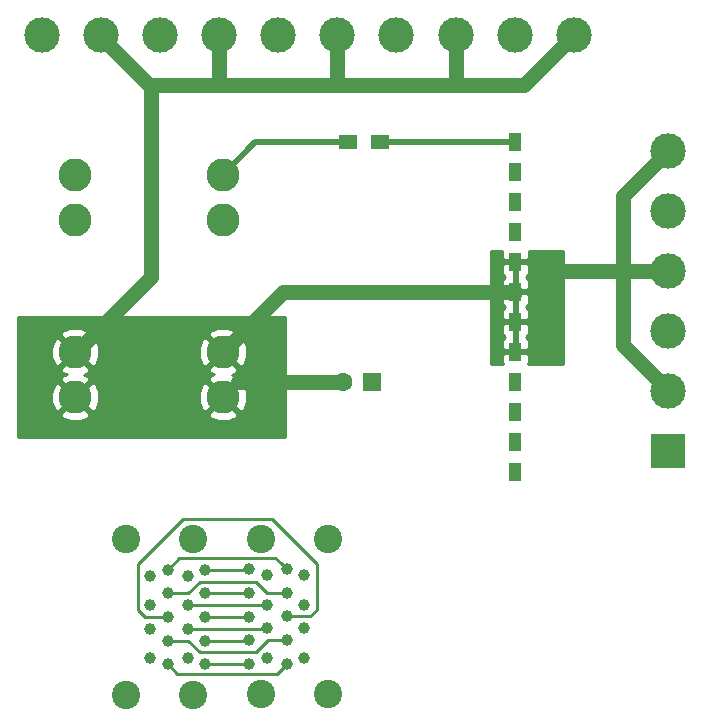
<source format=gbr>
G04 #@! TF.FileFunction,Copper,L1,Top,Signal*
%FSLAX46Y46*%
G04 Gerber Fmt 4.6, Leading zero omitted, Abs format (unit mm)*
G04 Created by KiCad (PCBNEW 4.0.7) date 05/16/18 04:16:24*
%MOMM*%
%LPD*%
G01*
G04 APERTURE LIST*
%ADD10C,0.100000*%
%ADD11R,1.600000X1.600000*%
%ADD12C,1.600000*%
%ADD13C,2.400000*%
%ADD14C,1.000000*%
%ADD15R,3.000000X3.000000*%
%ADD16C,3.000000*%
%ADD17C,2.800000*%
%ADD18R,1.000000X1.524000*%
%ADD19R,1.500000X1.300000*%
%ADD20C,1.250000*%
%ADD21C,0.250000*%
%ADD22C,0.500000*%
%ADD23C,0.254000*%
G04 APERTURE END LIST*
D10*
D11*
X124928000Y-103124000D03*
D12*
X122428000Y-103124000D03*
D13*
X104089272Y-129604668D03*
X109769272Y-129604668D03*
X109769272Y-116464668D03*
X104099272Y-116464668D03*
D14*
X106089272Y-119534668D03*
X106089272Y-126534668D03*
X106089272Y-124034668D03*
X106089272Y-122034668D03*
X107589272Y-119034668D03*
X107589272Y-121034668D03*
X107589272Y-123024668D03*
X107589272Y-125034668D03*
X107589272Y-127034668D03*
X109289272Y-126534668D03*
X109289272Y-124034668D03*
X109289272Y-122034668D03*
X109289272Y-119534668D03*
X110789272Y-119034668D03*
X110789272Y-121034668D03*
X110789272Y-123034668D03*
X110789272Y-125034668D03*
X110789272Y-127034668D03*
D13*
X121170272Y-129572668D03*
X115490272Y-129572668D03*
X115490272Y-116432668D03*
X121160272Y-116432668D03*
D14*
X119170272Y-119502668D03*
X119170272Y-126502668D03*
X119170272Y-124002668D03*
X119170272Y-122002668D03*
X117670272Y-119002668D03*
X117670272Y-121002668D03*
X117670272Y-122992668D03*
X117670272Y-125002668D03*
X117670272Y-127002668D03*
X115970272Y-126502668D03*
X115970272Y-124002668D03*
X115970272Y-122002668D03*
X115970272Y-119502668D03*
X114470272Y-119002668D03*
X114470272Y-121002668D03*
X114470272Y-123002668D03*
X114470272Y-125002668D03*
X114470272Y-127002668D03*
D15*
X149987000Y-108966000D03*
D16*
X149987000Y-103886000D03*
X149987000Y-98806000D03*
X149987000Y-93726000D03*
X149987000Y-88646000D03*
X149987000Y-83566000D03*
D17*
X99768000Y-85608000D03*
X99768000Y-89408000D03*
X112268000Y-85608000D03*
X112268000Y-89408000D03*
X99768000Y-100608000D03*
X99768000Y-104408000D03*
X112268000Y-100608000D03*
X112268000Y-104408000D03*
D16*
X96967000Y-73787000D03*
X101957000Y-73797000D03*
X106957000Y-73797000D03*
X111967000Y-73787000D03*
X116967000Y-73787000D03*
X121957000Y-73797000D03*
X126957000Y-73797000D03*
X131967000Y-73787000D03*
X136967000Y-73787000D03*
X141967000Y-73787000D03*
D18*
X137033000Y-82804000D03*
X137033000Y-85344000D03*
X137033000Y-87884000D03*
X137033000Y-90424000D03*
X137033000Y-95504000D03*
X137033000Y-100584000D03*
X137033000Y-92964000D03*
X137033000Y-98044000D03*
X137033000Y-110744000D03*
X137033000Y-103124000D03*
X137033000Y-105664000D03*
X137033000Y-108204000D03*
D19*
X122856000Y-82804000D03*
X125556000Y-82804000D03*
D20*
X143584776Y-93726000D02*
X145870776Y-93726000D01*
D21*
X145870776Y-93726000D02*
X146124776Y-93980000D01*
D20*
X146378776Y-93726000D02*
X146124776Y-93726000D01*
X146124776Y-93726000D02*
X146124776Y-93980000D01*
X146124776Y-87428224D02*
X146124776Y-93726000D01*
X143584776Y-93726000D02*
X139446000Y-93726000D01*
X146124776Y-93980000D02*
X146124776Y-100023776D01*
X146378776Y-93726000D02*
X149987000Y-93726000D01*
X149987000Y-83566000D02*
X146124776Y-87428224D01*
X146124776Y-100023776D02*
X148487001Y-102386001D01*
X148487001Y-102386001D02*
X149987000Y-103886000D01*
X137033000Y-95504000D02*
X117372000Y-95504000D01*
X117372000Y-95504000D02*
X112268000Y-100608000D01*
D21*
X112268000Y-100608000D02*
X112385282Y-100608000D01*
D20*
X122428000Y-103124000D02*
X113552000Y-103124000D01*
D21*
X113552000Y-103124000D02*
X112268000Y-104408000D01*
X112292000Y-100584000D02*
X112268000Y-100608000D01*
D20*
X106172000Y-77978000D02*
X106014503Y-77978000D01*
X106014503Y-77978000D02*
X101957000Y-73920497D01*
X101957000Y-73920497D02*
X101957000Y-73797000D01*
X132080000Y-77978000D02*
X137776000Y-77978000D01*
X137776000Y-77978000D02*
X141967000Y-73787000D01*
X121920000Y-77978000D02*
X132080000Y-77978000D01*
X132080000Y-77978000D02*
X131967000Y-77865000D01*
X131967000Y-77865000D02*
X131967000Y-73787000D01*
X121920000Y-77978000D02*
X121957000Y-77941000D01*
X121957000Y-77941000D02*
X121957000Y-73797000D01*
X112014000Y-77978000D02*
X121920000Y-77978000D01*
X112014000Y-77978000D02*
X111967000Y-77931000D01*
X111967000Y-77931000D02*
X111967000Y-73787000D01*
X106172000Y-77978000D02*
X112014000Y-77978000D01*
X106172000Y-94234000D02*
X106172000Y-77978000D01*
X101197999Y-99208001D02*
X106172000Y-94234000D01*
X99768000Y-100608000D02*
X101167999Y-99208001D01*
X101167999Y-99208001D02*
X101197999Y-99208001D01*
D21*
X107589272Y-119034668D02*
X108578428Y-118045512D01*
X108578428Y-118045512D02*
X116713116Y-118045512D01*
X117170273Y-118502669D02*
X117670272Y-119002668D01*
X116713116Y-118045512D02*
X117170273Y-118502669D01*
X107589272Y-121034668D02*
X109340363Y-121034668D01*
X109340363Y-121034668D02*
X110303961Y-120071070D01*
X115060041Y-120071070D02*
X115991639Y-121002668D01*
X110303961Y-120071070D02*
X115060041Y-120071070D01*
X116963166Y-121002668D02*
X117670272Y-121002668D01*
X115991639Y-121002668D02*
X116963166Y-121002668D01*
X107589272Y-123024668D02*
X105658054Y-123024668D01*
X105658054Y-123024668D02*
X105038154Y-122404768D01*
X105038154Y-122404768D02*
X105038154Y-118554438D01*
X120198871Y-118563756D02*
X120198871Y-122474075D01*
X105038154Y-118554438D02*
X108843992Y-114748600D01*
X108843992Y-114748600D02*
X116383715Y-114748600D01*
X116383715Y-114748600D02*
X120198871Y-118563756D01*
X120198871Y-122474075D02*
X119680278Y-122992668D01*
X119680278Y-122992668D02*
X118377378Y-122992668D01*
X118377378Y-122992668D02*
X117670272Y-122992668D01*
X107589272Y-125034668D02*
X109324521Y-125034668D01*
X109324521Y-125034668D02*
X110287803Y-125997950D01*
X110287803Y-125997950D02*
X115047652Y-125997950D01*
X115047652Y-125997950D02*
X116042934Y-125002668D01*
X116042934Y-125002668D02*
X116963166Y-125002668D01*
X116963166Y-125002668D02*
X117670272Y-125002668D01*
X107589272Y-127034668D02*
X108414273Y-127859669D01*
X108414273Y-127859669D02*
X116813271Y-127859669D01*
X116813271Y-127859669D02*
X117170273Y-127502667D01*
X117170273Y-127502667D02*
X117670272Y-127002668D01*
X109289272Y-124034668D02*
X115938272Y-124034668D01*
X115938272Y-124034668D02*
X115970272Y-124002668D01*
X109289272Y-122034668D02*
X115938272Y-122034668D01*
X115938272Y-122034668D02*
X115970272Y-122002668D01*
X110789272Y-119034668D02*
X114438272Y-119034668D01*
X114438272Y-119034668D02*
X114470272Y-119002668D01*
X110789272Y-121034668D02*
X114438272Y-121034668D01*
X114438272Y-121034668D02*
X114470272Y-121002668D01*
X110789272Y-123034668D02*
X114438272Y-123034668D01*
X114438272Y-123034668D02*
X114470272Y-123002668D01*
X110789272Y-125034668D02*
X114438272Y-125034668D01*
X114438272Y-125034668D02*
X114470272Y-125002668D01*
X110789272Y-127034668D02*
X114438272Y-127034668D01*
X114438272Y-127034668D02*
X114470272Y-127002668D01*
D22*
X112268000Y-85608000D02*
X115015245Y-82860755D01*
X115015245Y-82860755D02*
X122465245Y-82860755D01*
X122465245Y-82860755D02*
X122776000Y-82550000D01*
X125476000Y-82550000D02*
X125706989Y-82780989D01*
X125706989Y-82780989D02*
X137009989Y-82780989D01*
X137009989Y-82780989D02*
X137033000Y-82804000D01*
D21*
X136947546Y-82550000D02*
X137033000Y-82635454D01*
X137033000Y-82635454D02*
X137033000Y-82804000D01*
D23*
G36*
X117542595Y-107823000D02*
X94936595Y-107823000D01*
X94936595Y-105849724D01*
X98505882Y-105849724D01*
X98653455Y-106158106D01*
X99408031Y-106451405D01*
X100217409Y-106433614D01*
X100882545Y-106158106D01*
X101030118Y-105849724D01*
X111005882Y-105849724D01*
X111153455Y-106158106D01*
X111908031Y-106451405D01*
X112717409Y-106433614D01*
X113382545Y-106158106D01*
X113530118Y-105849724D01*
X112268000Y-104587605D01*
X111005882Y-105849724D01*
X101030118Y-105849724D01*
X99768000Y-104587605D01*
X98505882Y-105849724D01*
X94936595Y-105849724D01*
X94936595Y-104048031D01*
X97724595Y-104048031D01*
X97742386Y-104857409D01*
X98017894Y-105522545D01*
X98326276Y-105670118D01*
X99588395Y-104408000D01*
X99947605Y-104408000D01*
X101209724Y-105670118D01*
X101518106Y-105522545D01*
X101811405Y-104767969D01*
X101795580Y-104048031D01*
X110224595Y-104048031D01*
X110242386Y-104857409D01*
X110517894Y-105522545D01*
X110826276Y-105670118D01*
X112088395Y-104408000D01*
X112447605Y-104408000D01*
X113709724Y-105670118D01*
X114018106Y-105522545D01*
X114311405Y-104767969D01*
X114293614Y-103958591D01*
X114018106Y-103293455D01*
X113709724Y-103145882D01*
X112447605Y-104408000D01*
X112088395Y-104408000D01*
X110826276Y-103145882D01*
X110517894Y-103293455D01*
X110224595Y-104048031D01*
X101795580Y-104048031D01*
X101793614Y-103958591D01*
X101518106Y-103293455D01*
X101209724Y-103145882D01*
X99947605Y-104408000D01*
X99588395Y-104408000D01*
X98326276Y-103145882D01*
X98017894Y-103293455D01*
X97724595Y-104048031D01*
X94936595Y-104048031D01*
X94936595Y-102049724D01*
X98505882Y-102049724D01*
X98653455Y-102358106D01*
X99026833Y-102503236D01*
X98653455Y-102657894D01*
X98505882Y-102966276D01*
X99768000Y-104228395D01*
X101030118Y-102966276D01*
X100882545Y-102657894D01*
X100509167Y-102512764D01*
X100882545Y-102358106D01*
X101030118Y-102049724D01*
X111005882Y-102049724D01*
X111153455Y-102358106D01*
X111526833Y-102503236D01*
X111153455Y-102657894D01*
X111005882Y-102966276D01*
X112268000Y-104228395D01*
X113530118Y-102966276D01*
X113382545Y-102657894D01*
X113009167Y-102512764D01*
X113382545Y-102358106D01*
X113530118Y-102049724D01*
X112268000Y-100787605D01*
X111005882Y-102049724D01*
X101030118Y-102049724D01*
X99768000Y-100787605D01*
X98505882Y-102049724D01*
X94936595Y-102049724D01*
X94936595Y-100248031D01*
X97724595Y-100248031D01*
X97742386Y-101057409D01*
X98017894Y-101722545D01*
X98326276Y-101870118D01*
X99588395Y-100608000D01*
X99947605Y-100608000D01*
X101209724Y-101870118D01*
X101518106Y-101722545D01*
X101811405Y-100967969D01*
X101795580Y-100248031D01*
X110224595Y-100248031D01*
X110242386Y-101057409D01*
X110517894Y-101722545D01*
X110826276Y-101870118D01*
X112088395Y-100608000D01*
X112447605Y-100608000D01*
X113709724Y-101870118D01*
X114018106Y-101722545D01*
X114311405Y-100967969D01*
X114293614Y-100158591D01*
X114018106Y-99493455D01*
X113709724Y-99345882D01*
X112447605Y-100608000D01*
X112088395Y-100608000D01*
X110826276Y-99345882D01*
X110517894Y-99493455D01*
X110224595Y-100248031D01*
X101795580Y-100248031D01*
X101793614Y-100158591D01*
X101518106Y-99493455D01*
X101209724Y-99345882D01*
X99947605Y-100608000D01*
X99588395Y-100608000D01*
X98326276Y-99345882D01*
X98017894Y-99493455D01*
X97724595Y-100248031D01*
X94936595Y-100248031D01*
X94936595Y-99166276D01*
X98505882Y-99166276D01*
X99768000Y-100428395D01*
X101030118Y-99166276D01*
X111005882Y-99166276D01*
X112268000Y-100428395D01*
X113530118Y-99166276D01*
X113382545Y-98857894D01*
X112627969Y-98564595D01*
X111818591Y-98582386D01*
X111153455Y-98857894D01*
X111005882Y-99166276D01*
X101030118Y-99166276D01*
X100882545Y-98857894D01*
X100127969Y-98564595D01*
X99318591Y-98582386D01*
X98653455Y-98857894D01*
X98505882Y-99166276D01*
X94936595Y-99166276D01*
X94936595Y-97663000D01*
X117542595Y-97663000D01*
X117542595Y-107823000D01*
X117542595Y-107823000D01*
G37*
X117542595Y-107823000D02*
X94936595Y-107823000D01*
X94936595Y-105849724D01*
X98505882Y-105849724D01*
X98653455Y-106158106D01*
X99408031Y-106451405D01*
X100217409Y-106433614D01*
X100882545Y-106158106D01*
X101030118Y-105849724D01*
X111005882Y-105849724D01*
X111153455Y-106158106D01*
X111908031Y-106451405D01*
X112717409Y-106433614D01*
X113382545Y-106158106D01*
X113530118Y-105849724D01*
X112268000Y-104587605D01*
X111005882Y-105849724D01*
X101030118Y-105849724D01*
X99768000Y-104587605D01*
X98505882Y-105849724D01*
X94936595Y-105849724D01*
X94936595Y-104048031D01*
X97724595Y-104048031D01*
X97742386Y-104857409D01*
X98017894Y-105522545D01*
X98326276Y-105670118D01*
X99588395Y-104408000D01*
X99947605Y-104408000D01*
X101209724Y-105670118D01*
X101518106Y-105522545D01*
X101811405Y-104767969D01*
X101795580Y-104048031D01*
X110224595Y-104048031D01*
X110242386Y-104857409D01*
X110517894Y-105522545D01*
X110826276Y-105670118D01*
X112088395Y-104408000D01*
X112447605Y-104408000D01*
X113709724Y-105670118D01*
X114018106Y-105522545D01*
X114311405Y-104767969D01*
X114293614Y-103958591D01*
X114018106Y-103293455D01*
X113709724Y-103145882D01*
X112447605Y-104408000D01*
X112088395Y-104408000D01*
X110826276Y-103145882D01*
X110517894Y-103293455D01*
X110224595Y-104048031D01*
X101795580Y-104048031D01*
X101793614Y-103958591D01*
X101518106Y-103293455D01*
X101209724Y-103145882D01*
X99947605Y-104408000D01*
X99588395Y-104408000D01*
X98326276Y-103145882D01*
X98017894Y-103293455D01*
X97724595Y-104048031D01*
X94936595Y-104048031D01*
X94936595Y-102049724D01*
X98505882Y-102049724D01*
X98653455Y-102358106D01*
X99026833Y-102503236D01*
X98653455Y-102657894D01*
X98505882Y-102966276D01*
X99768000Y-104228395D01*
X101030118Y-102966276D01*
X100882545Y-102657894D01*
X100509167Y-102512764D01*
X100882545Y-102358106D01*
X101030118Y-102049724D01*
X111005882Y-102049724D01*
X111153455Y-102358106D01*
X111526833Y-102503236D01*
X111153455Y-102657894D01*
X111005882Y-102966276D01*
X112268000Y-104228395D01*
X113530118Y-102966276D01*
X113382545Y-102657894D01*
X113009167Y-102512764D01*
X113382545Y-102358106D01*
X113530118Y-102049724D01*
X112268000Y-100787605D01*
X111005882Y-102049724D01*
X101030118Y-102049724D01*
X99768000Y-100787605D01*
X98505882Y-102049724D01*
X94936595Y-102049724D01*
X94936595Y-100248031D01*
X97724595Y-100248031D01*
X97742386Y-101057409D01*
X98017894Y-101722545D01*
X98326276Y-101870118D01*
X99588395Y-100608000D01*
X99947605Y-100608000D01*
X101209724Y-101870118D01*
X101518106Y-101722545D01*
X101811405Y-100967969D01*
X101795580Y-100248031D01*
X110224595Y-100248031D01*
X110242386Y-101057409D01*
X110517894Y-101722545D01*
X110826276Y-101870118D01*
X112088395Y-100608000D01*
X112447605Y-100608000D01*
X113709724Y-101870118D01*
X114018106Y-101722545D01*
X114311405Y-100967969D01*
X114293614Y-100158591D01*
X114018106Y-99493455D01*
X113709724Y-99345882D01*
X112447605Y-100608000D01*
X112088395Y-100608000D01*
X110826276Y-99345882D01*
X110517894Y-99493455D01*
X110224595Y-100248031D01*
X101795580Y-100248031D01*
X101793614Y-100158591D01*
X101518106Y-99493455D01*
X101209724Y-99345882D01*
X99947605Y-100608000D01*
X99588395Y-100608000D01*
X98326276Y-99345882D01*
X98017894Y-99493455D01*
X97724595Y-100248031D01*
X94936595Y-100248031D01*
X94936595Y-99166276D01*
X98505882Y-99166276D01*
X99768000Y-100428395D01*
X101030118Y-99166276D01*
X111005882Y-99166276D01*
X112268000Y-100428395D01*
X113530118Y-99166276D01*
X113382545Y-98857894D01*
X112627969Y-98564595D01*
X111818591Y-98582386D01*
X111153455Y-98857894D01*
X111005882Y-99166276D01*
X101030118Y-99166276D01*
X100882545Y-98857894D01*
X100127969Y-98564595D01*
X99318591Y-98582386D01*
X98653455Y-98857894D01*
X98505882Y-99166276D01*
X94936595Y-99166276D01*
X94936595Y-97663000D01*
X117542595Y-97663000D01*
X117542595Y-107823000D01*
G36*
X135898000Y-92075691D02*
X135898000Y-92678250D01*
X136056750Y-92837000D01*
X136906000Y-92837000D01*
X136906000Y-92817000D01*
X137160000Y-92817000D01*
X137160000Y-92837000D01*
X138009250Y-92837000D01*
X138168000Y-92678250D01*
X138168000Y-92075691D01*
X138167714Y-92075000D01*
X141097000Y-92075000D01*
X141097000Y-101588366D01*
X138119928Y-101588366D01*
X138168000Y-101472309D01*
X138168000Y-100869750D01*
X138009250Y-100711000D01*
X137160000Y-100711000D01*
X137160000Y-100731000D01*
X136906000Y-100731000D01*
X136906000Y-100711000D01*
X136056750Y-100711000D01*
X135898000Y-100869750D01*
X135898000Y-101472309D01*
X135946072Y-101588366D01*
X135001000Y-101588366D01*
X135001000Y-98329750D01*
X135898000Y-98329750D01*
X135898000Y-98932309D01*
X135994673Y-99165698D01*
X136142974Y-99314000D01*
X135994673Y-99462302D01*
X135898000Y-99695691D01*
X135898000Y-100298250D01*
X136056750Y-100457000D01*
X136906000Y-100457000D01*
X136906000Y-99345750D01*
X136874250Y-99314000D01*
X136906000Y-99282250D01*
X136906000Y-98171000D01*
X137160000Y-98171000D01*
X137160000Y-99282250D01*
X137191750Y-99314000D01*
X137160000Y-99345750D01*
X137160000Y-100457000D01*
X138009250Y-100457000D01*
X138168000Y-100298250D01*
X138168000Y-99695691D01*
X138071327Y-99462302D01*
X137923026Y-99314000D01*
X138071327Y-99165698D01*
X138168000Y-98932309D01*
X138168000Y-98329750D01*
X138009250Y-98171000D01*
X137160000Y-98171000D01*
X136906000Y-98171000D01*
X136056750Y-98171000D01*
X135898000Y-98329750D01*
X135001000Y-98329750D01*
X135001000Y-95789750D01*
X135898000Y-95789750D01*
X135898000Y-96392309D01*
X135994673Y-96625698D01*
X136142974Y-96774000D01*
X135994673Y-96922302D01*
X135898000Y-97155691D01*
X135898000Y-97758250D01*
X136056750Y-97917000D01*
X136906000Y-97917000D01*
X136906000Y-96805750D01*
X136874250Y-96774000D01*
X136906000Y-96742250D01*
X136906000Y-95631000D01*
X137160000Y-95631000D01*
X137160000Y-96742250D01*
X137191750Y-96774000D01*
X137160000Y-96805750D01*
X137160000Y-97917000D01*
X138009250Y-97917000D01*
X138168000Y-97758250D01*
X138168000Y-97155691D01*
X138071327Y-96922302D01*
X137923026Y-96774000D01*
X138071327Y-96625698D01*
X138168000Y-96392309D01*
X138168000Y-95789750D01*
X138009250Y-95631000D01*
X137160000Y-95631000D01*
X136906000Y-95631000D01*
X136056750Y-95631000D01*
X135898000Y-95789750D01*
X135001000Y-95789750D01*
X135001000Y-93249750D01*
X135898000Y-93249750D01*
X135898000Y-93852309D01*
X135994673Y-94085698D01*
X136142974Y-94234000D01*
X135994673Y-94382302D01*
X135898000Y-94615691D01*
X135898000Y-95218250D01*
X136056750Y-95377000D01*
X136906000Y-95377000D01*
X136906000Y-94265750D01*
X136874250Y-94234000D01*
X136906000Y-94202250D01*
X136906000Y-93091000D01*
X137160000Y-93091000D01*
X137160000Y-94202250D01*
X137191750Y-94234000D01*
X137160000Y-94265750D01*
X137160000Y-95377000D01*
X138009250Y-95377000D01*
X138168000Y-95218250D01*
X138168000Y-94615691D01*
X138071327Y-94382302D01*
X137923026Y-94234000D01*
X138071327Y-94085698D01*
X138168000Y-93852309D01*
X138168000Y-93249750D01*
X138009250Y-93091000D01*
X137160000Y-93091000D01*
X136906000Y-93091000D01*
X136056750Y-93091000D01*
X135898000Y-93249750D01*
X135001000Y-93249750D01*
X135001000Y-92075000D01*
X135898286Y-92075000D01*
X135898000Y-92075691D01*
X135898000Y-92075691D01*
G37*
X135898000Y-92075691D02*
X135898000Y-92678250D01*
X136056750Y-92837000D01*
X136906000Y-92837000D01*
X136906000Y-92817000D01*
X137160000Y-92817000D01*
X137160000Y-92837000D01*
X138009250Y-92837000D01*
X138168000Y-92678250D01*
X138168000Y-92075691D01*
X138167714Y-92075000D01*
X141097000Y-92075000D01*
X141097000Y-101588366D01*
X138119928Y-101588366D01*
X138168000Y-101472309D01*
X138168000Y-100869750D01*
X138009250Y-100711000D01*
X137160000Y-100711000D01*
X137160000Y-100731000D01*
X136906000Y-100731000D01*
X136906000Y-100711000D01*
X136056750Y-100711000D01*
X135898000Y-100869750D01*
X135898000Y-101472309D01*
X135946072Y-101588366D01*
X135001000Y-101588366D01*
X135001000Y-98329750D01*
X135898000Y-98329750D01*
X135898000Y-98932309D01*
X135994673Y-99165698D01*
X136142974Y-99314000D01*
X135994673Y-99462302D01*
X135898000Y-99695691D01*
X135898000Y-100298250D01*
X136056750Y-100457000D01*
X136906000Y-100457000D01*
X136906000Y-99345750D01*
X136874250Y-99314000D01*
X136906000Y-99282250D01*
X136906000Y-98171000D01*
X137160000Y-98171000D01*
X137160000Y-99282250D01*
X137191750Y-99314000D01*
X137160000Y-99345750D01*
X137160000Y-100457000D01*
X138009250Y-100457000D01*
X138168000Y-100298250D01*
X138168000Y-99695691D01*
X138071327Y-99462302D01*
X137923026Y-99314000D01*
X138071327Y-99165698D01*
X138168000Y-98932309D01*
X138168000Y-98329750D01*
X138009250Y-98171000D01*
X137160000Y-98171000D01*
X136906000Y-98171000D01*
X136056750Y-98171000D01*
X135898000Y-98329750D01*
X135001000Y-98329750D01*
X135001000Y-95789750D01*
X135898000Y-95789750D01*
X135898000Y-96392309D01*
X135994673Y-96625698D01*
X136142974Y-96774000D01*
X135994673Y-96922302D01*
X135898000Y-97155691D01*
X135898000Y-97758250D01*
X136056750Y-97917000D01*
X136906000Y-97917000D01*
X136906000Y-96805750D01*
X136874250Y-96774000D01*
X136906000Y-96742250D01*
X136906000Y-95631000D01*
X137160000Y-95631000D01*
X137160000Y-96742250D01*
X137191750Y-96774000D01*
X137160000Y-96805750D01*
X137160000Y-97917000D01*
X138009250Y-97917000D01*
X138168000Y-97758250D01*
X138168000Y-97155691D01*
X138071327Y-96922302D01*
X137923026Y-96774000D01*
X138071327Y-96625698D01*
X138168000Y-96392309D01*
X138168000Y-95789750D01*
X138009250Y-95631000D01*
X137160000Y-95631000D01*
X136906000Y-95631000D01*
X136056750Y-95631000D01*
X135898000Y-95789750D01*
X135001000Y-95789750D01*
X135001000Y-93249750D01*
X135898000Y-93249750D01*
X135898000Y-93852309D01*
X135994673Y-94085698D01*
X136142974Y-94234000D01*
X135994673Y-94382302D01*
X135898000Y-94615691D01*
X135898000Y-95218250D01*
X136056750Y-95377000D01*
X136906000Y-95377000D01*
X136906000Y-94265750D01*
X136874250Y-94234000D01*
X136906000Y-94202250D01*
X136906000Y-93091000D01*
X137160000Y-93091000D01*
X137160000Y-94202250D01*
X137191750Y-94234000D01*
X137160000Y-94265750D01*
X137160000Y-95377000D01*
X138009250Y-95377000D01*
X138168000Y-95218250D01*
X138168000Y-94615691D01*
X138071327Y-94382302D01*
X137923026Y-94234000D01*
X138071327Y-94085698D01*
X138168000Y-93852309D01*
X138168000Y-93249750D01*
X138009250Y-93091000D01*
X137160000Y-93091000D01*
X136906000Y-93091000D01*
X136056750Y-93091000D01*
X135898000Y-93249750D01*
X135001000Y-93249750D01*
X135001000Y-92075000D01*
X135898286Y-92075000D01*
X135898000Y-92075691D01*
M02*

</source>
